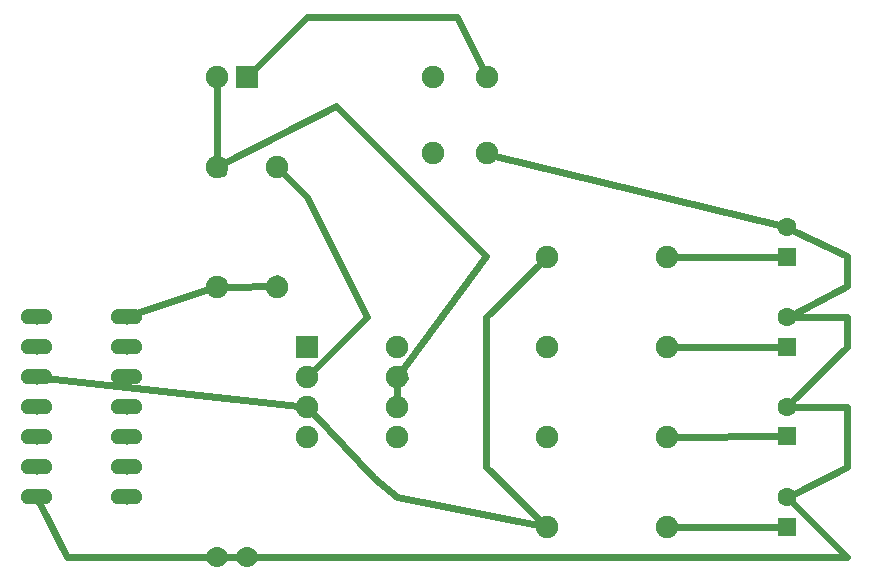
<source format=gtl>
G04 MADE WITH FRITZING*
G04 WWW.FRITZING.ORG*
G04 DOUBLE SIDED*
G04 HOLES PLATED*
G04 CONTOUR ON CENTER OF CONTOUR VECTOR*
%ASAXBY*%
%FSLAX23Y23*%
%MOIN*%
%OFA0B0*%
%SFA1.0B1.0*%
%ADD10C,0.075000*%
%ADD11C,0.070000*%
%ADD12C,0.062992*%
%ADD13C,0.052000*%
%ADD14R,0.075000X0.075000*%
%ADD15R,0.062992X0.062992*%
%ADD16C,0.024000*%
%ADD17R,0.001000X0.001000*%
%LNCOPPER1*%
G90*
G70*
G54D10*
X1197Y1629D03*
X1197Y1229D03*
X997Y1629D03*
X997Y1229D03*
X1097Y1929D03*
X997Y1929D03*
G54D11*
X997Y329D03*
X1098Y329D03*
G54D10*
X1297Y1029D03*
X1597Y1029D03*
X1297Y929D03*
X1597Y929D03*
X1297Y829D03*
X1597Y829D03*
X1297Y729D03*
X1597Y729D03*
G54D12*
X2897Y1329D03*
X2897Y1427D03*
X2897Y730D03*
X2897Y829D03*
X2897Y1029D03*
X2897Y1127D03*
X2897Y429D03*
X2897Y527D03*
G54D10*
X1720Y1673D03*
X1720Y1929D03*
X1897Y1673D03*
X1897Y1929D03*
X2097Y1029D03*
X2497Y1029D03*
X2097Y729D03*
X2497Y729D03*
X2097Y1329D03*
X2497Y1329D03*
X2097Y429D03*
X2497Y429D03*
G54D13*
X397Y1129D03*
X397Y1029D03*
X397Y929D03*
X397Y829D03*
X397Y729D03*
X397Y629D03*
X397Y529D03*
X697Y529D03*
X697Y629D03*
X697Y729D03*
X697Y829D03*
X697Y929D03*
X697Y1029D03*
X697Y1129D03*
X397Y1129D03*
X397Y1029D03*
X397Y929D03*
X397Y829D03*
X397Y729D03*
X397Y629D03*
X397Y529D03*
X697Y529D03*
X697Y629D03*
X697Y729D03*
X697Y829D03*
X697Y929D03*
X697Y1029D03*
X697Y1129D03*
G54D14*
X1097Y1929D03*
X1297Y1029D03*
G54D15*
X2897Y1329D03*
X2897Y730D03*
X2897Y1029D03*
X2897Y429D03*
G54D16*
X2871Y429D02*
X2526Y429D01*
D02*
X2871Y730D02*
X2526Y729D01*
D02*
X2871Y1029D02*
X2526Y1029D01*
D02*
X2871Y1329D02*
X2526Y1329D01*
D02*
X3099Y627D02*
X2921Y539D01*
D02*
X3099Y829D02*
X3099Y627D01*
D02*
X2924Y829D02*
X3099Y829D01*
D02*
X3099Y1028D02*
X2916Y848D01*
D02*
X2924Y1127D02*
X3099Y1127D01*
D02*
X3099Y1127D02*
X3099Y1028D01*
D02*
X1925Y1666D02*
X2871Y1434D01*
D02*
X1297Y2127D02*
X1797Y2127D01*
D02*
X1797Y2127D02*
X1884Y1954D01*
D02*
X1118Y1949D02*
X1297Y2127D01*
D02*
X499Y329D02*
X410Y505D01*
D02*
X971Y329D02*
X499Y329D01*
D02*
X1598Y329D02*
X1023Y329D01*
D02*
X2917Y508D02*
X3099Y329D01*
D02*
X3099Y329D02*
X1598Y329D01*
D02*
X1521Y592D02*
X1598Y527D01*
D02*
X1598Y527D02*
X2069Y434D01*
D02*
X1317Y808D02*
X1521Y592D01*
D02*
X424Y926D02*
X1269Y832D01*
D02*
X1318Y949D02*
X1499Y1127D01*
D02*
X1499Y1127D02*
X1297Y1528D01*
D02*
X1297Y1528D02*
X1217Y1608D01*
D02*
X998Y1900D02*
X999Y1627D01*
D02*
X999Y1627D02*
X1018Y1608D01*
D02*
X999Y1230D02*
X723Y1137D01*
D02*
X1018Y1249D02*
X999Y1230D01*
D02*
X1197Y1230D02*
X1026Y1229D01*
D02*
X1197Y1257D02*
X1197Y1230D01*
D02*
X1896Y1330D02*
X1396Y1830D01*
D02*
X1598Y928D02*
X1896Y1330D01*
D02*
X1396Y1830D02*
X1023Y1642D01*
D02*
X1625Y923D02*
X1598Y928D01*
D02*
X1597Y900D02*
X1597Y857D01*
D02*
X1896Y1127D02*
X1896Y627D01*
D02*
X1896Y627D02*
X2077Y449D01*
D02*
X2077Y1308D02*
X1896Y1127D01*
D02*
X2922Y1415D02*
X3099Y1330D01*
D02*
X3099Y1330D02*
X3099Y1230D01*
D02*
X3099Y1230D02*
X2921Y1139D01*
G54D17*
X369Y1155D02*
X424Y1155D01*
X669Y1155D02*
X724Y1155D01*
X364Y1154D02*
X430Y1154D01*
X664Y1154D02*
X730Y1154D01*
X361Y1153D02*
X433Y1153D01*
X661Y1153D02*
X732Y1153D01*
X359Y1152D02*
X434Y1152D01*
X659Y1152D02*
X734Y1152D01*
X357Y1151D02*
X436Y1151D01*
X657Y1151D02*
X736Y1151D01*
X356Y1150D02*
X438Y1150D01*
X656Y1150D02*
X738Y1150D01*
X355Y1149D02*
X439Y1149D01*
X655Y1149D02*
X739Y1149D01*
X354Y1148D02*
X440Y1148D01*
X654Y1148D02*
X740Y1148D01*
X353Y1147D02*
X441Y1147D01*
X653Y1147D02*
X741Y1147D01*
X352Y1146D02*
X442Y1146D01*
X652Y1146D02*
X742Y1146D01*
X351Y1145D02*
X395Y1145D01*
X398Y1145D02*
X443Y1145D01*
X651Y1145D02*
X695Y1145D01*
X698Y1145D02*
X743Y1145D01*
X350Y1144D02*
X391Y1144D01*
X403Y1144D02*
X444Y1144D01*
X650Y1144D02*
X691Y1144D01*
X703Y1144D02*
X744Y1144D01*
X349Y1143D02*
X389Y1143D01*
X405Y1143D02*
X444Y1143D01*
X649Y1143D02*
X689Y1143D01*
X705Y1143D02*
X744Y1143D01*
X349Y1142D02*
X387Y1142D01*
X407Y1142D02*
X445Y1142D01*
X649Y1142D02*
X687Y1142D01*
X707Y1142D02*
X745Y1142D01*
X348Y1141D02*
X386Y1141D01*
X408Y1141D02*
X445Y1141D01*
X648Y1141D02*
X686Y1141D01*
X708Y1141D02*
X745Y1141D01*
X348Y1140D02*
X385Y1140D01*
X409Y1140D02*
X446Y1140D01*
X648Y1140D02*
X685Y1140D01*
X709Y1140D02*
X746Y1140D01*
X347Y1139D02*
X384Y1139D01*
X410Y1139D02*
X446Y1139D01*
X647Y1139D02*
X684Y1139D01*
X710Y1139D02*
X746Y1139D01*
X347Y1138D02*
X383Y1138D01*
X411Y1138D02*
X447Y1138D01*
X647Y1138D02*
X683Y1138D01*
X711Y1138D02*
X747Y1138D01*
X347Y1137D02*
X382Y1137D01*
X411Y1137D02*
X447Y1137D01*
X647Y1137D02*
X682Y1137D01*
X711Y1137D02*
X747Y1137D01*
X346Y1136D02*
X382Y1136D01*
X412Y1136D02*
X447Y1136D01*
X646Y1136D02*
X682Y1136D01*
X712Y1136D02*
X747Y1136D01*
X346Y1135D02*
X381Y1135D01*
X412Y1135D02*
X448Y1135D01*
X646Y1135D02*
X681Y1135D01*
X712Y1135D02*
X748Y1135D01*
X346Y1134D02*
X381Y1134D01*
X412Y1134D02*
X448Y1134D01*
X646Y1134D02*
X681Y1134D01*
X712Y1134D02*
X748Y1134D01*
X346Y1133D02*
X381Y1133D01*
X413Y1133D02*
X448Y1133D01*
X646Y1133D02*
X681Y1133D01*
X713Y1133D02*
X748Y1133D01*
X345Y1132D02*
X381Y1132D01*
X413Y1132D02*
X448Y1132D01*
X645Y1132D02*
X681Y1132D01*
X713Y1132D02*
X748Y1132D01*
X345Y1131D02*
X381Y1131D01*
X413Y1131D02*
X448Y1131D01*
X645Y1131D02*
X680Y1131D01*
X713Y1131D02*
X748Y1131D01*
X345Y1130D02*
X380Y1130D01*
X413Y1130D02*
X448Y1130D01*
X645Y1130D02*
X680Y1130D01*
X713Y1130D02*
X748Y1130D01*
X345Y1129D02*
X380Y1129D01*
X413Y1129D02*
X448Y1129D01*
X645Y1129D02*
X680Y1129D01*
X713Y1129D02*
X748Y1129D01*
X345Y1128D02*
X380Y1128D01*
X413Y1128D02*
X448Y1128D01*
X645Y1128D02*
X680Y1128D01*
X713Y1128D02*
X748Y1128D01*
X345Y1127D02*
X381Y1127D01*
X413Y1127D02*
X448Y1127D01*
X645Y1127D02*
X681Y1127D01*
X713Y1127D02*
X748Y1127D01*
X346Y1126D02*
X381Y1126D01*
X413Y1126D02*
X448Y1126D01*
X645Y1126D02*
X681Y1126D01*
X713Y1126D02*
X748Y1126D01*
X346Y1125D02*
X381Y1125D01*
X413Y1125D02*
X448Y1125D01*
X646Y1125D02*
X681Y1125D01*
X713Y1125D02*
X748Y1125D01*
X346Y1124D02*
X381Y1124D01*
X412Y1124D02*
X448Y1124D01*
X646Y1124D02*
X681Y1124D01*
X712Y1124D02*
X748Y1124D01*
X346Y1123D02*
X382Y1123D01*
X412Y1123D02*
X448Y1123D01*
X646Y1123D02*
X682Y1123D01*
X712Y1123D02*
X748Y1123D01*
X346Y1122D02*
X382Y1122D01*
X412Y1122D02*
X447Y1122D01*
X646Y1122D02*
X682Y1122D01*
X712Y1122D02*
X747Y1122D01*
X347Y1121D02*
X383Y1121D01*
X411Y1121D02*
X447Y1121D01*
X647Y1121D02*
X683Y1121D01*
X711Y1121D02*
X747Y1121D01*
X347Y1120D02*
X383Y1120D01*
X410Y1120D02*
X447Y1120D01*
X647Y1120D02*
X683Y1120D01*
X710Y1120D02*
X747Y1120D01*
X347Y1119D02*
X384Y1119D01*
X410Y1119D02*
X446Y1119D01*
X647Y1119D02*
X684Y1119D01*
X710Y1119D02*
X746Y1119D01*
X348Y1118D02*
X385Y1118D01*
X409Y1118D02*
X446Y1118D01*
X648Y1118D02*
X685Y1118D01*
X709Y1118D02*
X746Y1118D01*
X348Y1117D02*
X386Y1117D01*
X408Y1117D02*
X445Y1117D01*
X648Y1117D02*
X686Y1117D01*
X708Y1117D02*
X745Y1117D01*
X349Y1116D02*
X387Y1116D01*
X406Y1116D02*
X445Y1116D01*
X649Y1116D02*
X687Y1116D01*
X706Y1116D02*
X745Y1116D01*
X350Y1115D02*
X389Y1115D01*
X405Y1115D02*
X444Y1115D01*
X649Y1115D02*
X689Y1115D01*
X705Y1115D02*
X744Y1115D01*
X350Y1114D02*
X391Y1114D01*
X402Y1114D02*
X443Y1114D01*
X650Y1114D02*
X691Y1114D01*
X702Y1114D02*
X743Y1114D01*
X351Y1113D02*
X443Y1113D01*
X651Y1113D02*
X743Y1113D01*
X352Y1112D02*
X442Y1112D01*
X652Y1112D02*
X742Y1112D01*
X353Y1111D02*
X441Y1111D01*
X653Y1111D02*
X741Y1111D01*
X354Y1110D02*
X440Y1110D01*
X654Y1110D02*
X740Y1110D01*
X355Y1109D02*
X439Y1109D01*
X655Y1109D02*
X739Y1109D01*
X356Y1108D02*
X437Y1108D01*
X656Y1108D02*
X737Y1108D01*
X358Y1107D02*
X436Y1107D01*
X658Y1107D02*
X736Y1107D01*
X360Y1106D02*
X434Y1106D01*
X660Y1106D02*
X734Y1106D01*
X362Y1105D02*
X432Y1105D01*
X662Y1105D02*
X732Y1105D01*
X365Y1104D02*
X429Y1104D01*
X665Y1104D02*
X729Y1104D01*
X369Y1055D02*
X424Y1055D01*
X669Y1055D02*
X724Y1055D01*
X364Y1054D02*
X430Y1054D01*
X664Y1054D02*
X730Y1054D01*
X361Y1053D02*
X433Y1053D01*
X661Y1053D02*
X733Y1053D01*
X359Y1052D02*
X434Y1052D01*
X659Y1052D02*
X734Y1052D01*
X357Y1051D02*
X436Y1051D01*
X657Y1051D02*
X736Y1051D01*
X356Y1050D02*
X438Y1050D01*
X656Y1050D02*
X738Y1050D01*
X355Y1049D02*
X439Y1049D01*
X655Y1049D02*
X739Y1049D01*
X354Y1048D02*
X440Y1048D01*
X654Y1048D02*
X740Y1048D01*
X353Y1047D02*
X441Y1047D01*
X653Y1047D02*
X741Y1047D01*
X352Y1046D02*
X442Y1046D01*
X652Y1046D02*
X742Y1046D01*
X351Y1045D02*
X395Y1045D01*
X398Y1045D02*
X443Y1045D01*
X651Y1045D02*
X695Y1045D01*
X698Y1045D02*
X743Y1045D01*
X350Y1044D02*
X391Y1044D01*
X403Y1044D02*
X444Y1044D01*
X650Y1044D02*
X691Y1044D01*
X703Y1044D02*
X744Y1044D01*
X349Y1043D02*
X389Y1043D01*
X405Y1043D02*
X444Y1043D01*
X649Y1043D02*
X689Y1043D01*
X705Y1043D02*
X744Y1043D01*
X349Y1042D02*
X387Y1042D01*
X407Y1042D02*
X445Y1042D01*
X649Y1042D02*
X687Y1042D01*
X707Y1042D02*
X745Y1042D01*
X348Y1041D02*
X386Y1041D01*
X408Y1041D02*
X445Y1041D01*
X648Y1041D02*
X686Y1041D01*
X708Y1041D02*
X745Y1041D01*
X348Y1040D02*
X385Y1040D01*
X409Y1040D02*
X446Y1040D01*
X648Y1040D02*
X685Y1040D01*
X709Y1040D02*
X746Y1040D01*
X347Y1039D02*
X384Y1039D01*
X410Y1039D02*
X446Y1039D01*
X647Y1039D02*
X684Y1039D01*
X710Y1039D02*
X746Y1039D01*
X347Y1038D02*
X383Y1038D01*
X411Y1038D02*
X447Y1038D01*
X647Y1038D02*
X683Y1038D01*
X711Y1038D02*
X747Y1038D01*
X347Y1037D02*
X382Y1037D01*
X411Y1037D02*
X447Y1037D01*
X647Y1037D02*
X682Y1037D01*
X711Y1037D02*
X747Y1037D01*
X346Y1036D02*
X382Y1036D01*
X412Y1036D02*
X447Y1036D01*
X646Y1036D02*
X682Y1036D01*
X712Y1036D02*
X747Y1036D01*
X346Y1035D02*
X381Y1035D01*
X412Y1035D02*
X448Y1035D01*
X646Y1035D02*
X681Y1035D01*
X712Y1035D02*
X748Y1035D01*
X346Y1034D02*
X381Y1034D01*
X412Y1034D02*
X448Y1034D01*
X646Y1034D02*
X681Y1034D01*
X712Y1034D02*
X748Y1034D01*
X346Y1033D02*
X381Y1033D01*
X413Y1033D02*
X448Y1033D01*
X646Y1033D02*
X681Y1033D01*
X713Y1033D02*
X748Y1033D01*
X345Y1032D02*
X381Y1032D01*
X413Y1032D02*
X448Y1032D01*
X645Y1032D02*
X681Y1032D01*
X713Y1032D02*
X748Y1032D01*
X345Y1031D02*
X381Y1031D01*
X413Y1031D02*
X448Y1031D01*
X645Y1031D02*
X680Y1031D01*
X713Y1031D02*
X748Y1031D01*
X345Y1030D02*
X380Y1030D01*
X413Y1030D02*
X448Y1030D01*
X645Y1030D02*
X680Y1030D01*
X713Y1030D02*
X748Y1030D01*
X345Y1029D02*
X380Y1029D01*
X413Y1029D02*
X448Y1029D01*
X645Y1029D02*
X680Y1029D01*
X713Y1029D02*
X748Y1029D01*
X345Y1028D02*
X380Y1028D01*
X413Y1028D02*
X448Y1028D01*
X645Y1028D02*
X680Y1028D01*
X713Y1028D02*
X748Y1028D01*
X345Y1027D02*
X381Y1027D01*
X413Y1027D02*
X448Y1027D01*
X645Y1027D02*
X681Y1027D01*
X713Y1027D02*
X748Y1027D01*
X346Y1026D02*
X381Y1026D01*
X413Y1026D02*
X448Y1026D01*
X645Y1026D02*
X681Y1026D01*
X713Y1026D02*
X748Y1026D01*
X346Y1025D02*
X381Y1025D01*
X413Y1025D02*
X448Y1025D01*
X646Y1025D02*
X681Y1025D01*
X713Y1025D02*
X748Y1025D01*
X346Y1024D02*
X381Y1024D01*
X412Y1024D02*
X448Y1024D01*
X646Y1024D02*
X681Y1024D01*
X712Y1024D02*
X748Y1024D01*
X346Y1023D02*
X382Y1023D01*
X412Y1023D02*
X448Y1023D01*
X646Y1023D02*
X682Y1023D01*
X712Y1023D02*
X748Y1023D01*
X346Y1022D02*
X382Y1022D01*
X412Y1022D02*
X447Y1022D01*
X646Y1022D02*
X682Y1022D01*
X712Y1022D02*
X747Y1022D01*
X347Y1021D02*
X383Y1021D01*
X411Y1021D02*
X447Y1021D01*
X647Y1021D02*
X683Y1021D01*
X711Y1021D02*
X747Y1021D01*
X347Y1020D02*
X383Y1020D01*
X410Y1020D02*
X447Y1020D01*
X647Y1020D02*
X683Y1020D01*
X710Y1020D02*
X747Y1020D01*
X347Y1019D02*
X384Y1019D01*
X410Y1019D02*
X446Y1019D01*
X647Y1019D02*
X684Y1019D01*
X710Y1019D02*
X746Y1019D01*
X348Y1018D02*
X385Y1018D01*
X409Y1018D02*
X446Y1018D01*
X648Y1018D02*
X685Y1018D01*
X709Y1018D02*
X746Y1018D01*
X348Y1017D02*
X386Y1017D01*
X408Y1017D02*
X445Y1017D01*
X648Y1017D02*
X686Y1017D01*
X708Y1017D02*
X745Y1017D01*
X349Y1016D02*
X387Y1016D01*
X406Y1016D02*
X445Y1016D01*
X649Y1016D02*
X687Y1016D01*
X706Y1016D02*
X745Y1016D01*
X350Y1015D02*
X389Y1015D01*
X405Y1015D02*
X444Y1015D01*
X650Y1015D02*
X689Y1015D01*
X705Y1015D02*
X744Y1015D01*
X350Y1014D02*
X391Y1014D01*
X402Y1014D02*
X443Y1014D01*
X650Y1014D02*
X691Y1014D01*
X702Y1014D02*
X743Y1014D01*
X351Y1013D02*
X443Y1013D01*
X651Y1013D02*
X743Y1013D01*
X352Y1012D02*
X442Y1012D01*
X652Y1012D02*
X742Y1012D01*
X353Y1011D02*
X441Y1011D01*
X653Y1011D02*
X741Y1011D01*
X354Y1010D02*
X440Y1010D01*
X654Y1010D02*
X740Y1010D01*
X355Y1009D02*
X439Y1009D01*
X655Y1009D02*
X739Y1009D01*
X356Y1008D02*
X437Y1008D01*
X656Y1008D02*
X737Y1008D01*
X358Y1007D02*
X436Y1007D01*
X658Y1007D02*
X736Y1007D01*
X360Y1006D02*
X434Y1006D01*
X660Y1006D02*
X734Y1006D01*
X362Y1005D02*
X432Y1005D01*
X662Y1005D02*
X732Y1005D01*
X365Y1004D02*
X429Y1004D01*
X665Y1004D02*
X729Y1004D01*
X369Y955D02*
X425Y955D01*
X669Y955D02*
X725Y955D01*
X364Y954D02*
X430Y954D01*
X664Y954D02*
X730Y954D01*
X361Y953D02*
X433Y953D01*
X661Y953D02*
X733Y953D01*
X359Y952D02*
X434Y952D01*
X659Y952D02*
X734Y952D01*
X357Y951D02*
X436Y951D01*
X657Y951D02*
X736Y951D01*
X356Y950D02*
X438Y950D01*
X656Y950D02*
X738Y950D01*
X355Y949D02*
X439Y949D01*
X655Y949D02*
X739Y949D01*
X354Y948D02*
X440Y948D01*
X654Y948D02*
X740Y948D01*
X353Y947D02*
X441Y947D01*
X652Y947D02*
X741Y947D01*
X352Y946D02*
X442Y946D01*
X652Y946D02*
X742Y946D01*
X351Y945D02*
X395Y945D01*
X398Y945D02*
X443Y945D01*
X651Y945D02*
X695Y945D01*
X698Y945D02*
X743Y945D01*
X350Y944D02*
X391Y944D01*
X403Y944D02*
X444Y944D01*
X650Y944D02*
X691Y944D01*
X703Y944D02*
X744Y944D01*
X349Y943D02*
X389Y943D01*
X405Y943D02*
X444Y943D01*
X649Y943D02*
X688Y943D01*
X705Y943D02*
X744Y943D01*
X349Y942D02*
X387Y942D01*
X407Y942D02*
X445Y942D01*
X649Y942D02*
X687Y942D01*
X707Y942D02*
X745Y942D01*
X348Y941D02*
X386Y941D01*
X408Y941D02*
X445Y941D01*
X648Y941D02*
X686Y941D01*
X708Y941D02*
X745Y941D01*
X348Y940D02*
X385Y940D01*
X409Y940D02*
X446Y940D01*
X648Y940D02*
X685Y940D01*
X709Y940D02*
X746Y940D01*
X347Y939D02*
X384Y939D01*
X410Y939D02*
X446Y939D01*
X647Y939D02*
X684Y939D01*
X710Y939D02*
X746Y939D01*
X347Y938D02*
X383Y938D01*
X411Y938D02*
X447Y938D01*
X647Y938D02*
X683Y938D01*
X711Y938D02*
X747Y938D01*
X347Y937D02*
X382Y937D01*
X411Y937D02*
X447Y937D01*
X647Y937D02*
X682Y937D01*
X711Y937D02*
X747Y937D01*
X346Y936D02*
X382Y936D01*
X412Y936D02*
X447Y936D01*
X646Y936D02*
X682Y936D01*
X712Y936D02*
X747Y936D01*
X346Y935D02*
X381Y935D01*
X412Y935D02*
X448Y935D01*
X646Y935D02*
X681Y935D01*
X712Y935D02*
X748Y935D01*
X346Y934D02*
X381Y934D01*
X412Y934D02*
X448Y934D01*
X646Y934D02*
X681Y934D01*
X712Y934D02*
X748Y934D01*
X346Y933D02*
X381Y933D01*
X413Y933D02*
X448Y933D01*
X646Y933D02*
X681Y933D01*
X713Y933D02*
X748Y933D01*
X345Y932D02*
X381Y932D01*
X413Y932D02*
X448Y932D01*
X645Y932D02*
X681Y932D01*
X713Y932D02*
X748Y932D01*
X345Y931D02*
X381Y931D01*
X413Y931D02*
X448Y931D01*
X645Y931D02*
X680Y931D01*
X713Y931D02*
X748Y931D01*
X345Y930D02*
X380Y930D01*
X413Y930D02*
X448Y930D01*
X645Y930D02*
X680Y930D01*
X713Y930D02*
X748Y930D01*
X345Y929D02*
X380Y929D01*
X413Y929D02*
X448Y929D01*
X645Y929D02*
X680Y929D01*
X713Y929D02*
X748Y929D01*
X345Y928D02*
X380Y928D01*
X413Y928D02*
X448Y928D01*
X645Y928D02*
X680Y928D01*
X713Y928D02*
X748Y928D01*
X345Y927D02*
X381Y927D01*
X413Y927D02*
X448Y927D01*
X645Y927D02*
X681Y927D01*
X713Y927D02*
X748Y927D01*
X346Y926D02*
X381Y926D01*
X413Y926D02*
X448Y926D01*
X645Y926D02*
X681Y926D01*
X713Y926D02*
X748Y926D01*
X346Y925D02*
X381Y925D01*
X413Y925D02*
X448Y925D01*
X646Y925D02*
X681Y925D01*
X713Y925D02*
X748Y925D01*
X346Y924D02*
X381Y924D01*
X412Y924D02*
X448Y924D01*
X646Y924D02*
X681Y924D01*
X712Y924D02*
X748Y924D01*
X346Y923D02*
X382Y923D01*
X412Y923D02*
X448Y923D01*
X646Y923D02*
X682Y923D01*
X712Y923D02*
X748Y923D01*
X346Y922D02*
X382Y922D01*
X412Y922D02*
X447Y922D01*
X646Y922D02*
X682Y922D01*
X712Y922D02*
X747Y922D01*
X347Y921D02*
X383Y921D01*
X411Y921D02*
X447Y921D01*
X647Y921D02*
X683Y921D01*
X711Y921D02*
X747Y921D01*
X347Y920D02*
X383Y920D01*
X410Y920D02*
X447Y920D01*
X647Y920D02*
X683Y920D01*
X710Y920D02*
X747Y920D01*
X347Y919D02*
X384Y919D01*
X410Y919D02*
X446Y919D01*
X647Y919D02*
X684Y919D01*
X710Y919D02*
X746Y919D01*
X348Y918D02*
X385Y918D01*
X409Y918D02*
X446Y918D01*
X648Y918D02*
X685Y918D01*
X709Y918D02*
X746Y918D01*
X348Y917D02*
X386Y917D01*
X408Y917D02*
X445Y917D01*
X648Y917D02*
X686Y917D01*
X708Y917D02*
X745Y917D01*
X349Y916D02*
X387Y916D01*
X406Y916D02*
X445Y916D01*
X649Y916D02*
X687Y916D01*
X706Y916D02*
X745Y916D01*
X350Y915D02*
X389Y915D01*
X405Y915D02*
X444Y915D01*
X650Y915D02*
X689Y915D01*
X705Y915D02*
X744Y915D01*
X350Y914D02*
X391Y914D01*
X402Y914D02*
X443Y914D01*
X650Y914D02*
X691Y914D01*
X702Y914D02*
X743Y914D01*
X351Y913D02*
X443Y913D01*
X651Y913D02*
X743Y913D01*
X352Y912D02*
X442Y912D01*
X652Y912D02*
X742Y912D01*
X353Y911D02*
X441Y911D01*
X653Y911D02*
X741Y911D01*
X354Y910D02*
X440Y910D01*
X654Y910D02*
X740Y910D01*
X355Y909D02*
X439Y909D01*
X655Y909D02*
X739Y909D01*
X356Y908D02*
X437Y908D01*
X656Y908D02*
X737Y908D01*
X358Y907D02*
X436Y907D01*
X658Y907D02*
X736Y907D01*
X360Y906D02*
X434Y906D01*
X660Y906D02*
X734Y906D01*
X362Y905D02*
X432Y905D01*
X662Y905D02*
X732Y905D01*
X365Y904D02*
X429Y904D01*
X665Y904D02*
X729Y904D01*
X369Y855D02*
X425Y855D01*
X669Y855D02*
X725Y855D01*
X364Y854D02*
X430Y854D01*
X664Y854D02*
X730Y854D01*
X361Y853D02*
X433Y853D01*
X661Y853D02*
X733Y853D01*
X359Y852D02*
X434Y852D01*
X659Y852D02*
X734Y852D01*
X357Y851D02*
X436Y851D01*
X657Y851D02*
X736Y851D01*
X356Y850D02*
X438Y850D01*
X656Y850D02*
X738Y850D01*
X355Y849D02*
X439Y849D01*
X655Y849D02*
X739Y849D01*
X354Y848D02*
X440Y848D01*
X653Y848D02*
X740Y848D01*
X353Y847D02*
X441Y847D01*
X652Y847D02*
X741Y847D01*
X352Y846D02*
X442Y846D01*
X652Y846D02*
X742Y846D01*
X351Y845D02*
X395Y845D01*
X399Y845D02*
X443Y845D01*
X651Y845D02*
X695Y845D01*
X699Y845D02*
X743Y845D01*
X350Y844D02*
X391Y844D01*
X403Y844D02*
X444Y844D01*
X650Y844D02*
X690Y844D01*
X703Y844D02*
X744Y844D01*
X349Y843D02*
X388Y843D01*
X405Y843D02*
X444Y843D01*
X649Y843D02*
X688Y843D01*
X705Y843D02*
X744Y843D01*
X349Y842D02*
X387Y842D01*
X407Y842D02*
X445Y842D01*
X649Y842D02*
X687Y842D01*
X707Y842D02*
X745Y842D01*
X348Y841D02*
X386Y841D01*
X408Y841D02*
X445Y841D01*
X648Y841D02*
X686Y841D01*
X708Y841D02*
X745Y841D01*
X348Y840D02*
X385Y840D01*
X409Y840D02*
X446Y840D01*
X648Y840D02*
X685Y840D01*
X709Y840D02*
X746Y840D01*
X347Y839D02*
X384Y839D01*
X410Y839D02*
X446Y839D01*
X647Y839D02*
X684Y839D01*
X710Y839D02*
X746Y839D01*
X347Y838D02*
X383Y838D01*
X411Y838D02*
X447Y838D01*
X647Y838D02*
X683Y838D01*
X711Y838D02*
X747Y838D01*
X347Y837D02*
X382Y837D01*
X411Y837D02*
X447Y837D01*
X647Y837D02*
X682Y837D01*
X711Y837D02*
X747Y837D01*
X346Y836D02*
X382Y836D01*
X412Y836D02*
X447Y836D01*
X646Y836D02*
X682Y836D01*
X712Y836D02*
X747Y836D01*
X346Y835D02*
X381Y835D01*
X412Y835D02*
X448Y835D01*
X646Y835D02*
X681Y835D01*
X712Y835D02*
X748Y835D01*
X346Y834D02*
X381Y834D01*
X412Y834D02*
X448Y834D01*
X646Y834D02*
X681Y834D01*
X712Y834D02*
X748Y834D01*
X346Y833D02*
X381Y833D01*
X413Y833D02*
X448Y833D01*
X646Y833D02*
X681Y833D01*
X713Y833D02*
X748Y833D01*
X345Y832D02*
X381Y832D01*
X413Y832D02*
X448Y832D01*
X645Y832D02*
X681Y832D01*
X713Y832D02*
X748Y832D01*
X345Y831D02*
X381Y831D01*
X413Y831D02*
X448Y831D01*
X645Y831D02*
X680Y831D01*
X713Y831D02*
X748Y831D01*
X345Y830D02*
X380Y830D01*
X413Y830D02*
X448Y830D01*
X645Y830D02*
X680Y830D01*
X713Y830D02*
X748Y830D01*
X345Y829D02*
X380Y829D01*
X413Y829D02*
X448Y829D01*
X645Y829D02*
X680Y829D01*
X713Y829D02*
X748Y829D01*
X345Y828D02*
X380Y828D01*
X413Y828D02*
X448Y828D01*
X645Y828D02*
X680Y828D01*
X713Y828D02*
X748Y828D01*
X345Y827D02*
X381Y827D01*
X413Y827D02*
X448Y827D01*
X645Y827D02*
X681Y827D01*
X713Y827D02*
X748Y827D01*
X346Y826D02*
X381Y826D01*
X413Y826D02*
X448Y826D01*
X645Y826D02*
X681Y826D01*
X713Y826D02*
X748Y826D01*
X346Y825D02*
X381Y825D01*
X413Y825D02*
X448Y825D01*
X646Y825D02*
X681Y825D01*
X713Y825D02*
X748Y825D01*
X346Y824D02*
X381Y824D01*
X412Y824D02*
X448Y824D01*
X646Y824D02*
X681Y824D01*
X712Y824D02*
X748Y824D01*
X346Y823D02*
X382Y823D01*
X412Y823D02*
X448Y823D01*
X646Y823D02*
X682Y823D01*
X712Y823D02*
X748Y823D01*
X346Y822D02*
X382Y822D01*
X412Y822D02*
X447Y822D01*
X646Y822D02*
X682Y822D01*
X712Y822D02*
X747Y822D01*
X347Y821D02*
X383Y821D01*
X411Y821D02*
X447Y821D01*
X647Y821D02*
X683Y821D01*
X711Y821D02*
X747Y821D01*
X347Y820D02*
X383Y820D01*
X410Y820D02*
X447Y820D01*
X647Y820D02*
X683Y820D01*
X710Y820D02*
X747Y820D01*
X347Y819D02*
X384Y819D01*
X410Y819D02*
X446Y819D01*
X647Y819D02*
X684Y819D01*
X710Y819D02*
X746Y819D01*
X348Y818D02*
X385Y818D01*
X409Y818D02*
X446Y818D01*
X648Y818D02*
X685Y818D01*
X709Y818D02*
X746Y818D01*
X348Y817D02*
X386Y817D01*
X408Y817D02*
X445Y817D01*
X648Y817D02*
X686Y817D01*
X708Y817D02*
X745Y817D01*
X349Y816D02*
X387Y816D01*
X406Y816D02*
X445Y816D01*
X649Y816D02*
X687Y816D01*
X706Y816D02*
X745Y816D01*
X350Y815D02*
X389Y815D01*
X405Y815D02*
X444Y815D01*
X650Y815D02*
X689Y815D01*
X705Y815D02*
X744Y815D01*
X350Y814D02*
X391Y814D01*
X402Y814D02*
X443Y814D01*
X650Y814D02*
X691Y814D01*
X702Y814D02*
X743Y814D01*
X351Y813D02*
X443Y813D01*
X651Y813D02*
X743Y813D01*
X352Y812D02*
X442Y812D01*
X652Y812D02*
X742Y812D01*
X353Y811D02*
X441Y811D01*
X653Y811D02*
X741Y811D01*
X354Y810D02*
X440Y810D01*
X654Y810D02*
X740Y810D01*
X355Y809D02*
X439Y809D01*
X655Y809D02*
X739Y809D01*
X356Y808D02*
X437Y808D01*
X656Y808D02*
X737Y808D01*
X358Y807D02*
X436Y807D01*
X658Y807D02*
X736Y807D01*
X360Y806D02*
X434Y806D01*
X660Y806D02*
X734Y806D01*
X362Y805D02*
X432Y805D01*
X662Y805D02*
X732Y805D01*
X365Y804D02*
X429Y804D01*
X665Y804D02*
X729Y804D01*
X369Y755D02*
X425Y755D01*
X669Y755D02*
X725Y755D01*
X364Y754D02*
X430Y754D01*
X664Y754D02*
X730Y754D01*
X361Y753D02*
X433Y753D01*
X661Y753D02*
X733Y753D01*
X359Y752D02*
X434Y752D01*
X659Y752D02*
X734Y752D01*
X357Y751D02*
X436Y751D01*
X657Y751D02*
X736Y751D01*
X356Y750D02*
X438Y750D01*
X656Y750D02*
X738Y750D01*
X355Y749D02*
X439Y749D01*
X655Y749D02*
X739Y749D01*
X354Y748D02*
X440Y748D01*
X653Y748D02*
X740Y748D01*
X353Y747D02*
X441Y747D01*
X652Y747D02*
X741Y747D01*
X352Y746D02*
X442Y746D01*
X652Y746D02*
X742Y746D01*
X351Y745D02*
X395Y745D01*
X399Y745D02*
X443Y745D01*
X651Y745D02*
X695Y745D01*
X699Y745D02*
X743Y745D01*
X350Y744D02*
X391Y744D01*
X403Y744D02*
X444Y744D01*
X650Y744D02*
X690Y744D01*
X703Y744D02*
X744Y744D01*
X349Y743D02*
X388Y743D01*
X405Y743D02*
X444Y743D01*
X649Y743D02*
X688Y743D01*
X705Y743D02*
X744Y743D01*
X349Y742D02*
X387Y742D01*
X407Y742D02*
X445Y742D01*
X649Y742D02*
X687Y742D01*
X707Y742D02*
X745Y742D01*
X348Y741D02*
X386Y741D01*
X408Y741D02*
X445Y741D01*
X648Y741D02*
X686Y741D01*
X708Y741D02*
X745Y741D01*
X348Y740D02*
X385Y740D01*
X409Y740D02*
X446Y740D01*
X648Y740D02*
X685Y740D01*
X709Y740D02*
X746Y740D01*
X347Y739D02*
X384Y739D01*
X410Y739D02*
X446Y739D01*
X647Y739D02*
X684Y739D01*
X710Y739D02*
X746Y739D01*
X347Y738D02*
X383Y738D01*
X411Y738D02*
X447Y738D01*
X647Y738D02*
X683Y738D01*
X711Y738D02*
X747Y738D01*
X347Y737D02*
X382Y737D01*
X411Y737D02*
X447Y737D01*
X647Y737D02*
X682Y737D01*
X711Y737D02*
X747Y737D01*
X346Y736D02*
X382Y736D01*
X412Y736D02*
X447Y736D01*
X646Y736D02*
X682Y736D01*
X712Y736D02*
X747Y736D01*
X346Y735D02*
X381Y735D01*
X412Y735D02*
X448Y735D01*
X646Y735D02*
X681Y735D01*
X712Y735D02*
X748Y735D01*
X346Y734D02*
X381Y734D01*
X412Y734D02*
X448Y734D01*
X646Y734D02*
X681Y734D01*
X712Y734D02*
X748Y734D01*
X346Y733D02*
X381Y733D01*
X413Y733D02*
X448Y733D01*
X646Y733D02*
X681Y733D01*
X713Y733D02*
X748Y733D01*
X345Y732D02*
X381Y732D01*
X413Y732D02*
X448Y732D01*
X645Y732D02*
X681Y732D01*
X713Y732D02*
X748Y732D01*
X345Y731D02*
X381Y731D01*
X413Y731D02*
X448Y731D01*
X645Y731D02*
X680Y731D01*
X713Y731D02*
X748Y731D01*
X345Y730D02*
X380Y730D01*
X413Y730D02*
X448Y730D01*
X645Y730D02*
X680Y730D01*
X713Y730D02*
X748Y730D01*
X345Y729D02*
X380Y729D01*
X413Y729D02*
X448Y729D01*
X645Y729D02*
X680Y729D01*
X713Y729D02*
X748Y729D01*
X345Y728D02*
X380Y728D01*
X413Y728D02*
X448Y728D01*
X645Y728D02*
X680Y728D01*
X713Y728D02*
X748Y728D01*
X345Y727D02*
X381Y727D01*
X413Y727D02*
X448Y727D01*
X645Y727D02*
X681Y727D01*
X713Y727D02*
X748Y727D01*
X346Y726D02*
X381Y726D01*
X413Y726D02*
X448Y726D01*
X645Y726D02*
X681Y726D01*
X713Y726D02*
X748Y726D01*
X346Y725D02*
X381Y725D01*
X413Y725D02*
X448Y725D01*
X646Y725D02*
X681Y725D01*
X713Y725D02*
X748Y725D01*
X346Y724D02*
X381Y724D01*
X412Y724D02*
X448Y724D01*
X646Y724D02*
X681Y724D01*
X712Y724D02*
X748Y724D01*
X346Y723D02*
X382Y723D01*
X412Y723D02*
X448Y723D01*
X646Y723D02*
X682Y723D01*
X712Y723D02*
X748Y723D01*
X346Y722D02*
X382Y722D01*
X412Y722D02*
X447Y722D01*
X646Y722D02*
X682Y722D01*
X712Y722D02*
X747Y722D01*
X347Y721D02*
X383Y721D01*
X411Y721D02*
X447Y721D01*
X647Y721D02*
X683Y721D01*
X711Y721D02*
X747Y721D01*
X347Y720D02*
X383Y720D01*
X410Y720D02*
X447Y720D01*
X647Y720D02*
X683Y720D01*
X710Y720D02*
X747Y720D01*
X347Y719D02*
X384Y719D01*
X410Y719D02*
X446Y719D01*
X647Y719D02*
X684Y719D01*
X710Y719D02*
X746Y719D01*
X348Y718D02*
X385Y718D01*
X409Y718D02*
X446Y718D01*
X648Y718D02*
X685Y718D01*
X709Y718D02*
X746Y718D01*
X348Y717D02*
X386Y717D01*
X408Y717D02*
X445Y717D01*
X648Y717D02*
X686Y717D01*
X708Y717D02*
X745Y717D01*
X349Y716D02*
X387Y716D01*
X406Y716D02*
X445Y716D01*
X649Y716D02*
X687Y716D01*
X706Y716D02*
X745Y716D01*
X350Y715D02*
X389Y715D01*
X405Y715D02*
X444Y715D01*
X650Y715D02*
X689Y715D01*
X705Y715D02*
X744Y715D01*
X350Y714D02*
X391Y714D01*
X402Y714D02*
X443Y714D01*
X650Y714D02*
X691Y714D01*
X702Y714D02*
X743Y714D01*
X351Y713D02*
X443Y713D01*
X651Y713D02*
X743Y713D01*
X352Y712D02*
X442Y712D01*
X652Y712D02*
X742Y712D01*
X353Y711D02*
X441Y711D01*
X653Y711D02*
X741Y711D01*
X354Y710D02*
X440Y710D01*
X654Y710D02*
X740Y710D01*
X355Y709D02*
X439Y709D01*
X655Y709D02*
X739Y709D01*
X356Y708D02*
X437Y708D01*
X656Y708D02*
X737Y708D01*
X358Y707D02*
X436Y707D01*
X658Y707D02*
X736Y707D01*
X360Y706D02*
X434Y706D01*
X660Y706D02*
X734Y706D01*
X362Y705D02*
X432Y705D01*
X662Y705D02*
X732Y705D01*
X365Y704D02*
X429Y704D01*
X665Y704D02*
X729Y704D01*
X369Y655D02*
X425Y655D01*
X669Y655D02*
X725Y655D01*
X364Y654D02*
X430Y654D01*
X664Y654D02*
X730Y654D01*
X361Y653D02*
X433Y653D01*
X661Y653D02*
X733Y653D01*
X359Y652D02*
X434Y652D01*
X659Y652D02*
X734Y652D01*
X357Y651D02*
X436Y651D01*
X657Y651D02*
X736Y651D01*
X356Y650D02*
X438Y650D01*
X656Y650D02*
X738Y650D01*
X355Y649D02*
X439Y649D01*
X655Y649D02*
X739Y649D01*
X353Y648D02*
X440Y648D01*
X653Y648D02*
X740Y648D01*
X352Y647D02*
X441Y647D01*
X652Y647D02*
X741Y647D01*
X352Y646D02*
X442Y646D01*
X652Y646D02*
X742Y646D01*
X351Y645D02*
X395Y645D01*
X399Y645D02*
X443Y645D01*
X651Y645D02*
X695Y645D01*
X699Y645D02*
X743Y645D01*
X350Y644D02*
X390Y644D01*
X403Y644D02*
X444Y644D01*
X650Y644D02*
X690Y644D01*
X703Y644D02*
X744Y644D01*
X349Y643D02*
X388Y643D01*
X405Y643D02*
X444Y643D01*
X649Y643D02*
X688Y643D01*
X705Y643D02*
X744Y643D01*
X349Y642D02*
X387Y642D01*
X407Y642D02*
X445Y642D01*
X649Y642D02*
X687Y642D01*
X707Y642D02*
X745Y642D01*
X348Y641D02*
X386Y641D01*
X408Y641D02*
X445Y641D01*
X648Y641D02*
X686Y641D01*
X708Y641D02*
X745Y641D01*
X348Y640D02*
X385Y640D01*
X409Y640D02*
X446Y640D01*
X648Y640D02*
X685Y640D01*
X709Y640D02*
X746Y640D01*
X347Y639D02*
X384Y639D01*
X410Y639D02*
X446Y639D01*
X647Y639D02*
X684Y639D01*
X710Y639D02*
X746Y639D01*
X347Y638D02*
X383Y638D01*
X411Y638D02*
X447Y638D01*
X647Y638D02*
X683Y638D01*
X711Y638D02*
X747Y638D01*
X347Y637D02*
X382Y637D01*
X411Y637D02*
X447Y637D01*
X647Y637D02*
X682Y637D01*
X711Y637D02*
X747Y637D01*
X346Y636D02*
X382Y636D01*
X412Y636D02*
X447Y636D01*
X646Y636D02*
X682Y636D01*
X712Y636D02*
X747Y636D01*
X346Y635D02*
X381Y635D01*
X412Y635D02*
X448Y635D01*
X646Y635D02*
X681Y635D01*
X712Y635D02*
X748Y635D01*
X346Y634D02*
X381Y634D01*
X412Y634D02*
X448Y634D01*
X646Y634D02*
X681Y634D01*
X712Y634D02*
X748Y634D01*
X346Y633D02*
X381Y633D01*
X413Y633D02*
X448Y633D01*
X646Y633D02*
X681Y633D01*
X713Y633D02*
X748Y633D01*
X345Y632D02*
X381Y632D01*
X413Y632D02*
X448Y632D01*
X645Y632D02*
X681Y632D01*
X713Y632D02*
X748Y632D01*
X345Y631D02*
X381Y631D01*
X413Y631D02*
X448Y631D01*
X645Y631D02*
X680Y631D01*
X713Y631D02*
X748Y631D01*
X345Y630D02*
X380Y630D01*
X413Y630D02*
X448Y630D01*
X645Y630D02*
X680Y630D01*
X713Y630D02*
X748Y630D01*
X345Y629D02*
X380Y629D01*
X413Y629D02*
X448Y629D01*
X645Y629D02*
X680Y629D01*
X713Y629D02*
X748Y629D01*
X345Y628D02*
X380Y628D01*
X413Y628D02*
X448Y628D01*
X645Y628D02*
X680Y628D01*
X713Y628D02*
X748Y628D01*
X345Y627D02*
X381Y627D01*
X413Y627D02*
X448Y627D01*
X645Y627D02*
X681Y627D01*
X713Y627D02*
X748Y627D01*
X346Y626D02*
X381Y626D01*
X413Y626D02*
X448Y626D01*
X645Y626D02*
X681Y626D01*
X713Y626D02*
X748Y626D01*
X346Y625D02*
X381Y625D01*
X413Y625D02*
X448Y625D01*
X646Y625D02*
X681Y625D01*
X713Y625D02*
X748Y625D01*
X346Y624D02*
X381Y624D01*
X412Y624D02*
X448Y624D01*
X646Y624D02*
X681Y624D01*
X712Y624D02*
X748Y624D01*
X346Y623D02*
X382Y623D01*
X412Y623D02*
X448Y623D01*
X646Y623D02*
X682Y623D01*
X712Y623D02*
X748Y623D01*
X346Y622D02*
X382Y622D01*
X412Y622D02*
X447Y622D01*
X646Y622D02*
X682Y622D01*
X712Y622D02*
X747Y622D01*
X347Y621D02*
X383Y621D01*
X411Y621D02*
X447Y621D01*
X647Y621D02*
X683Y621D01*
X711Y621D02*
X747Y621D01*
X347Y620D02*
X383Y620D01*
X410Y620D02*
X447Y620D01*
X647Y620D02*
X683Y620D01*
X710Y620D02*
X747Y620D01*
X347Y619D02*
X384Y619D01*
X410Y619D02*
X446Y619D01*
X647Y619D02*
X684Y619D01*
X710Y619D02*
X746Y619D01*
X348Y618D02*
X385Y618D01*
X409Y618D02*
X446Y618D01*
X648Y618D02*
X685Y618D01*
X709Y618D02*
X746Y618D01*
X348Y617D02*
X386Y617D01*
X408Y617D02*
X445Y617D01*
X648Y617D02*
X686Y617D01*
X708Y617D02*
X745Y617D01*
X349Y616D02*
X387Y616D01*
X406Y616D02*
X445Y616D01*
X649Y616D02*
X687Y616D01*
X706Y616D02*
X745Y616D01*
X350Y615D02*
X389Y615D01*
X405Y615D02*
X444Y615D01*
X650Y615D02*
X689Y615D01*
X705Y615D02*
X744Y615D01*
X350Y614D02*
X391Y614D01*
X402Y614D02*
X443Y614D01*
X650Y614D02*
X691Y614D01*
X702Y614D02*
X743Y614D01*
X351Y613D02*
X443Y613D01*
X651Y613D02*
X743Y613D01*
X352Y612D02*
X442Y612D01*
X652Y612D02*
X742Y612D01*
X353Y611D02*
X441Y611D01*
X653Y611D02*
X741Y611D01*
X354Y610D02*
X440Y610D01*
X654Y610D02*
X740Y610D01*
X355Y609D02*
X439Y609D01*
X655Y609D02*
X739Y609D01*
X356Y608D02*
X437Y608D01*
X656Y608D02*
X737Y608D01*
X358Y607D02*
X436Y607D01*
X658Y607D02*
X736Y607D01*
X360Y606D02*
X434Y606D01*
X660Y606D02*
X734Y606D01*
X362Y605D02*
X432Y605D01*
X662Y605D02*
X732Y605D01*
X365Y604D02*
X429Y604D01*
X665Y604D02*
X729Y604D01*
X369Y555D02*
X425Y555D01*
X669Y555D02*
X725Y555D01*
X364Y554D02*
X430Y554D01*
X664Y554D02*
X730Y554D01*
X361Y553D02*
X433Y553D01*
X661Y553D02*
X733Y553D01*
X359Y552D02*
X434Y552D01*
X659Y552D02*
X734Y552D01*
X357Y551D02*
X436Y551D01*
X657Y551D02*
X736Y551D01*
X356Y550D02*
X438Y550D01*
X656Y550D02*
X738Y550D01*
X355Y549D02*
X439Y549D01*
X655Y549D02*
X739Y549D01*
X353Y548D02*
X440Y548D01*
X653Y548D02*
X740Y548D01*
X352Y547D02*
X441Y547D01*
X652Y547D02*
X741Y547D01*
X352Y546D02*
X442Y546D01*
X652Y546D02*
X742Y546D01*
X351Y545D02*
X395Y545D01*
X399Y545D02*
X443Y545D01*
X651Y545D02*
X695Y545D01*
X699Y545D02*
X743Y545D01*
X350Y544D02*
X390Y544D01*
X403Y544D02*
X444Y544D01*
X650Y544D02*
X690Y544D01*
X703Y544D02*
X744Y544D01*
X349Y543D02*
X388Y543D01*
X405Y543D02*
X444Y543D01*
X649Y543D02*
X688Y543D01*
X705Y543D02*
X744Y543D01*
X349Y542D02*
X387Y542D01*
X407Y542D02*
X445Y542D01*
X649Y542D02*
X687Y542D01*
X707Y542D02*
X745Y542D01*
X348Y541D02*
X386Y541D01*
X408Y541D02*
X445Y541D01*
X648Y541D02*
X686Y541D01*
X708Y541D02*
X745Y541D01*
X348Y540D02*
X385Y540D01*
X409Y540D02*
X446Y540D01*
X648Y540D02*
X685Y540D01*
X709Y540D02*
X746Y540D01*
X347Y539D02*
X384Y539D01*
X410Y539D02*
X446Y539D01*
X647Y539D02*
X684Y539D01*
X710Y539D02*
X746Y539D01*
X347Y538D02*
X383Y538D01*
X411Y538D02*
X447Y538D01*
X647Y538D02*
X683Y538D01*
X711Y538D02*
X747Y538D01*
X347Y537D02*
X382Y537D01*
X411Y537D02*
X447Y537D01*
X647Y537D02*
X682Y537D01*
X711Y537D02*
X747Y537D01*
X346Y536D02*
X382Y536D01*
X412Y536D02*
X447Y536D01*
X646Y536D02*
X682Y536D01*
X712Y536D02*
X747Y536D01*
X346Y535D02*
X381Y535D01*
X412Y535D02*
X448Y535D01*
X646Y535D02*
X681Y535D01*
X712Y535D02*
X748Y535D01*
X346Y534D02*
X381Y534D01*
X412Y534D02*
X448Y534D01*
X646Y534D02*
X681Y534D01*
X712Y534D02*
X748Y534D01*
X346Y533D02*
X381Y533D01*
X413Y533D02*
X448Y533D01*
X646Y533D02*
X681Y533D01*
X713Y533D02*
X748Y533D01*
X345Y532D02*
X381Y532D01*
X413Y532D02*
X448Y532D01*
X645Y532D02*
X681Y532D01*
X713Y532D02*
X748Y532D01*
X345Y531D02*
X381Y531D01*
X413Y531D02*
X448Y531D01*
X645Y531D02*
X680Y531D01*
X713Y531D02*
X748Y531D01*
X345Y530D02*
X380Y530D01*
X413Y530D02*
X448Y530D01*
X645Y530D02*
X680Y530D01*
X713Y530D02*
X748Y530D01*
X345Y529D02*
X380Y529D01*
X413Y529D02*
X448Y529D01*
X645Y529D02*
X680Y529D01*
X713Y529D02*
X748Y529D01*
X345Y528D02*
X380Y528D01*
X413Y528D02*
X448Y528D01*
X645Y528D02*
X680Y528D01*
X713Y528D02*
X748Y528D01*
X345Y527D02*
X381Y527D01*
X413Y527D02*
X448Y527D01*
X645Y527D02*
X681Y527D01*
X713Y527D02*
X748Y527D01*
X346Y526D02*
X381Y526D01*
X413Y526D02*
X448Y526D01*
X645Y526D02*
X681Y526D01*
X713Y526D02*
X748Y526D01*
X346Y525D02*
X381Y525D01*
X413Y525D02*
X448Y525D01*
X646Y525D02*
X681Y525D01*
X713Y525D02*
X748Y525D01*
X346Y524D02*
X381Y524D01*
X412Y524D02*
X448Y524D01*
X646Y524D02*
X681Y524D01*
X712Y524D02*
X748Y524D01*
X346Y523D02*
X382Y523D01*
X412Y523D02*
X448Y523D01*
X646Y523D02*
X682Y523D01*
X712Y523D02*
X748Y523D01*
X346Y522D02*
X382Y522D01*
X412Y522D02*
X447Y522D01*
X646Y522D02*
X682Y522D01*
X712Y522D02*
X747Y522D01*
X347Y521D02*
X383Y521D01*
X411Y521D02*
X447Y521D01*
X647Y521D02*
X683Y521D01*
X711Y521D02*
X747Y521D01*
X347Y520D02*
X383Y520D01*
X410Y520D02*
X447Y520D01*
X647Y520D02*
X683Y520D01*
X710Y520D02*
X747Y520D01*
X347Y519D02*
X384Y519D01*
X410Y519D02*
X446Y519D01*
X647Y519D02*
X684Y519D01*
X710Y519D02*
X746Y519D01*
X348Y518D02*
X385Y518D01*
X409Y518D02*
X446Y518D01*
X648Y518D02*
X685Y518D01*
X709Y518D02*
X746Y518D01*
X348Y517D02*
X386Y517D01*
X408Y517D02*
X445Y517D01*
X648Y517D02*
X686Y517D01*
X708Y517D02*
X745Y517D01*
X349Y516D02*
X387Y516D01*
X406Y516D02*
X445Y516D01*
X649Y516D02*
X687Y516D01*
X706Y516D02*
X745Y516D01*
X350Y515D02*
X389Y515D01*
X405Y515D02*
X444Y515D01*
X650Y515D02*
X689Y515D01*
X705Y515D02*
X744Y515D01*
X350Y514D02*
X391Y514D01*
X402Y514D02*
X443Y514D01*
X650Y514D02*
X691Y514D01*
X702Y514D02*
X743Y514D01*
X351Y513D02*
X443Y513D01*
X651Y513D02*
X743Y513D01*
X352Y512D02*
X442Y512D01*
X652Y512D02*
X742Y512D01*
X353Y511D02*
X441Y511D01*
X653Y511D02*
X741Y511D01*
X354Y510D02*
X440Y510D01*
X654Y510D02*
X740Y510D01*
X355Y509D02*
X439Y509D01*
X655Y509D02*
X739Y509D01*
X356Y508D02*
X437Y508D01*
X656Y508D02*
X737Y508D01*
X358Y507D02*
X436Y507D01*
X658Y507D02*
X736Y507D01*
X360Y506D02*
X434Y506D01*
X660Y506D02*
X734Y506D01*
X362Y505D02*
X432Y505D01*
X662Y505D02*
X732Y505D01*
X365Y504D02*
X429Y504D01*
X665Y504D02*
X729Y504D01*
D02*
G04 End of Copper1*
M02*
</source>
